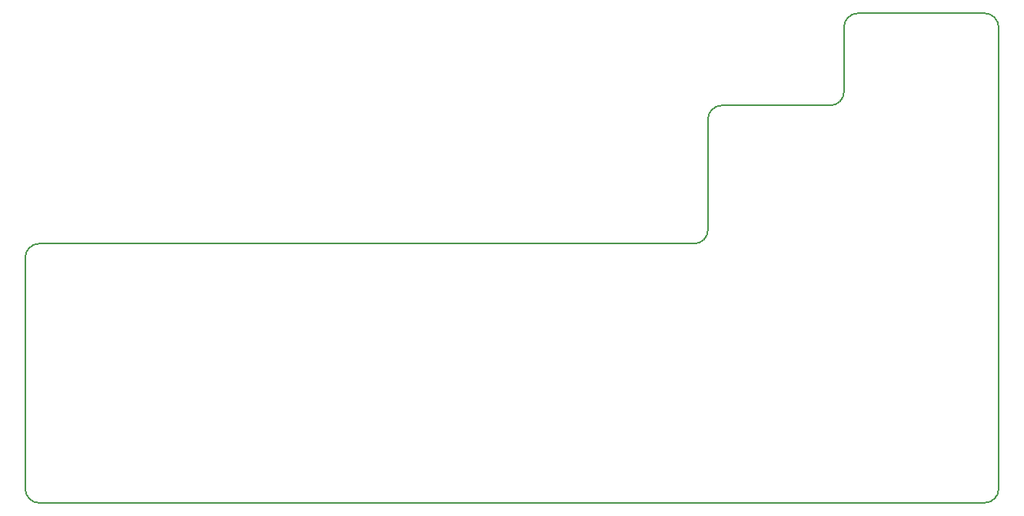
<source format=gbr>
G04 #@! TF.GenerationSoftware,KiCad,Pcbnew,(5.1.9)-1*
G04 #@! TF.CreationDate,2021-04-27T11:27:05+01:00*
G04 #@! TF.ProjectId,RGBtoHDMI Amiga Denise - solarmon - Rev 2 - SOIC,52474274-6f48-4444-9d49-20416d696761,2 (SOIC)*
G04 #@! TF.SameCoordinates,Original*
G04 #@! TF.FileFunction,Profile,NP*
%FSLAX46Y46*%
G04 Gerber Fmt 4.6, Leading zero omitted, Abs format (unit mm)*
G04 Created by KiCad (PCBNEW (5.1.9)-1) date 2021-04-27 11:27:05*
%MOMM*%
%LPD*%
G01*
G04 APERTURE LIST*
G04 #@! TA.AperFunction,Profile*
%ADD10C,0.200000*%
G04 #@! TD*
G04 APERTURE END LIST*
D10*
X178562000Y-54102000D02*
G75*
G02*
X177038000Y-55626000I-1524000J0D01*
G01*
X178562000Y-41910000D02*
G75*
G02*
X180086000Y-40386000I1524000J0D01*
G01*
X193548000Y-38862000D02*
G75*
G02*
X192024000Y-40386000I-1524000J0D01*
G01*
X178562000Y-54102000D02*
X178562000Y-41910000D01*
X193548000Y-31750000D02*
G75*
G02*
X195072000Y-30226000I1524000J0D01*
G01*
X209042000Y-30226000D02*
G75*
G02*
X210566000Y-31750000I0J-1524000D01*
G01*
X210566000Y-82677000D02*
G75*
G02*
X209042000Y-84201000I-1524000J0D01*
G01*
X103378000Y-57150000D02*
G75*
G02*
X104902000Y-55626000I1524000J0D01*
G01*
X104902000Y-84201000D02*
G75*
G02*
X103378000Y-82677000I0J1524000D01*
G01*
X192024000Y-40386000D02*
X180086000Y-40386000D01*
X210566000Y-31750000D02*
X210566000Y-82677000D01*
X195072000Y-30226000D02*
X209042000Y-30226000D01*
X193548000Y-38862000D02*
X193548000Y-31750000D01*
X209042000Y-84201000D02*
X104902000Y-84201000D01*
X177038000Y-55626000D02*
X104902000Y-55626000D01*
X103378000Y-57150000D02*
X103378000Y-82677000D01*
M02*

</source>
